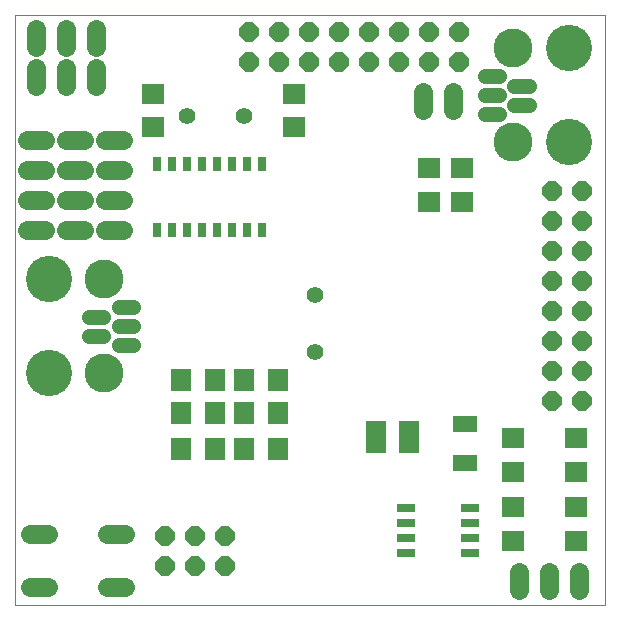
<source format=gbs>
G75*
%MOIN*%
%OFA0B0*%
%FSLAX25Y25*%
%IPPOS*%
%LPD*%
%AMOC8*
5,1,8,0,0,1.08239X$1,22.5*
%
%ADD10C,0.00000*%
%ADD11C,0.06400*%
%ADD12R,0.06699X0.11030*%
%ADD13OC8,0.06400*%
%ADD14R,0.05912X0.02762*%
%ADD15R,0.08400X0.05400*%
%ADD16R,0.07498X0.06699*%
%ADD17C,0.15400*%
%ADD18C,0.12998*%
%ADD19C,0.05156*%
%ADD20R,0.06699X0.07498*%
%ADD21C,0.05600*%
%ADD22R,0.07487X0.06699*%
%ADD23R,0.02762X0.05124*%
D10*
X0009000Y0001100D02*
X0009000Y0197950D01*
X0205850Y0197950D01*
X0205850Y0001100D01*
X0009000Y0001100D01*
D11*
X0014200Y0007200D02*
X0020200Y0007200D01*
X0020200Y0025000D02*
X0014200Y0025000D01*
X0039800Y0025000D02*
X0045800Y0025000D01*
X0045800Y0007200D02*
X0039800Y0007200D01*
X0039000Y0126100D02*
X0045000Y0126100D01*
X0045000Y0136100D02*
X0039000Y0136100D01*
X0032000Y0136100D02*
X0026000Y0136100D01*
X0019000Y0136100D02*
X0013000Y0136100D01*
X0013000Y0126100D02*
X0019000Y0126100D01*
X0026000Y0126100D02*
X0032000Y0126100D01*
X0032000Y0146100D02*
X0026000Y0146100D01*
X0019000Y0146100D02*
X0013000Y0146100D01*
X0013000Y0156100D02*
X0019000Y0156100D01*
X0026000Y0156100D02*
X0032000Y0156100D01*
X0039000Y0156100D02*
X0045000Y0156100D01*
X0045000Y0146100D02*
X0039000Y0146100D01*
X0036000Y0174100D02*
X0036000Y0180100D01*
X0036000Y0187100D02*
X0036000Y0193100D01*
X0026000Y0193100D02*
X0026000Y0187100D01*
X0026000Y0180100D02*
X0026000Y0174100D01*
X0016000Y0174100D02*
X0016000Y0180100D01*
X0016000Y0187100D02*
X0016000Y0193100D01*
X0145000Y0172100D02*
X0145000Y0166100D01*
X0155000Y0166100D02*
X0155000Y0172100D01*
X0177000Y0012100D02*
X0177000Y0006100D01*
X0187000Y0006100D02*
X0187000Y0012100D01*
X0197000Y0012100D02*
X0197000Y0006100D01*
D12*
X0140512Y0057100D03*
X0129488Y0057100D03*
D13*
X0079000Y0024100D03*
X0069000Y0024100D03*
X0069000Y0014100D03*
X0079000Y0014100D03*
X0059000Y0014100D03*
X0059000Y0024100D03*
X0188000Y0069100D03*
X0188000Y0079100D03*
X0188000Y0089100D03*
X0188000Y0099100D03*
X0188000Y0109100D03*
X0188000Y0119100D03*
X0188000Y0129100D03*
X0188000Y0139100D03*
X0198000Y0139100D03*
X0198000Y0129100D03*
X0198000Y0119100D03*
X0198000Y0109100D03*
X0198000Y0099100D03*
X0198000Y0089100D03*
X0198000Y0079100D03*
X0198000Y0069100D03*
X0157000Y0182100D03*
X0157000Y0192100D03*
X0147000Y0192100D03*
X0137000Y0192100D03*
X0137000Y0182100D03*
X0147000Y0182100D03*
X0127000Y0182100D03*
X0127000Y0192100D03*
X0117000Y0192100D03*
X0107000Y0192100D03*
X0107000Y0182100D03*
X0117000Y0182100D03*
X0097000Y0182100D03*
X0097000Y0192100D03*
X0087000Y0192100D03*
X0087000Y0182100D03*
D14*
X0139370Y0033600D03*
X0139370Y0028600D03*
X0139370Y0023600D03*
X0139370Y0018600D03*
X0160630Y0018600D03*
X0160630Y0023600D03*
X0160630Y0028600D03*
X0160630Y0033600D03*
D15*
X0159000Y0048600D03*
X0159000Y0061600D03*
D16*
X0175000Y0056698D03*
X0175000Y0045502D03*
X0175000Y0033698D03*
X0175000Y0022502D03*
X0196000Y0022502D03*
X0196000Y0033698D03*
X0196000Y0045502D03*
X0196000Y0056698D03*
X0158000Y0135502D03*
X0147000Y0135502D03*
X0147000Y0146698D03*
X0158000Y0146698D03*
D17*
X0193646Y0155352D03*
X0193646Y0186848D03*
X0020354Y0109848D03*
X0020354Y0078352D03*
D18*
X0038858Y0078352D03*
X0038858Y0109848D03*
X0175142Y0155352D03*
X0175142Y0186848D03*
D19*
X0170417Y0177399D02*
X0165661Y0177399D01*
X0165661Y0171100D02*
X0170417Y0171100D01*
X0175535Y0167950D02*
X0180291Y0167950D01*
X0180291Y0174250D02*
X0175535Y0174250D01*
X0170417Y0164801D02*
X0165661Y0164801D01*
X0048339Y0100399D02*
X0043583Y0100399D01*
X0038465Y0097250D02*
X0033709Y0097250D01*
X0033709Y0090950D02*
X0038465Y0090950D01*
X0043583Y0087801D02*
X0048339Y0087801D01*
X0048339Y0094100D02*
X0043583Y0094100D01*
D20*
X0064402Y0076100D03*
X0075598Y0076100D03*
X0085402Y0076100D03*
X0085402Y0065100D03*
X0075598Y0065100D03*
X0064402Y0065100D03*
X0064402Y0053100D03*
X0075598Y0053100D03*
X0085402Y0053100D03*
X0096598Y0053100D03*
X0096598Y0065100D03*
X0096598Y0076100D03*
D21*
X0109000Y0085600D03*
X0109000Y0104600D03*
X0085500Y0164100D03*
X0066500Y0164100D03*
D22*
X0055000Y0160588D03*
X0055000Y0171612D03*
X0102000Y0171612D03*
X0102000Y0160588D03*
D23*
X0091500Y0148124D03*
X0086500Y0148124D03*
X0081500Y0148124D03*
X0076500Y0148124D03*
X0071500Y0148124D03*
X0066500Y0148124D03*
X0061500Y0148124D03*
X0056500Y0148124D03*
X0056500Y0126076D03*
X0061500Y0126076D03*
X0066500Y0126076D03*
X0071500Y0126076D03*
X0076500Y0126076D03*
X0081500Y0126076D03*
X0086500Y0126076D03*
X0091500Y0126076D03*
M02*

</source>
